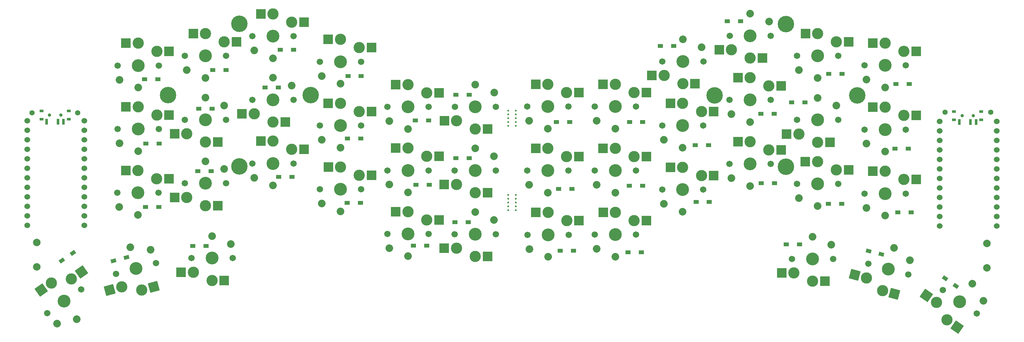
<source format=gbr>
%TF.GenerationSoftware,KiCad,Pcbnew,(6.0.5-0)*%
%TF.CreationDate,2022-07-02T18:36:44-07:00*%
%TF.ProjectId,Swept_3x6,53776570-745f-4337-9836-2e6b69636164,rev?*%
%TF.SameCoordinates,Original*%
%TF.FileFunction,Soldermask,Bot*%
%TF.FilePolarity,Negative*%
%FSLAX46Y46*%
G04 Gerber Fmt 4.6, Leading zero omitted, Abs format (unit mm)*
G04 Created by KiCad (PCBNEW (6.0.5-0)) date 2022-07-02 18:36:44*
%MOMM*%
%LPD*%
G01*
G04 APERTURE LIST*
G04 Aperture macros list*
%AMRotRect*
0 Rectangle, with rotation*
0 The origin of the aperture is its center*
0 $1 length*
0 $2 width*
0 $3 Rotation angle, in degrees counterclockwise*
0 Add horizontal line*
21,1,$1,$2,0,0,$3*%
G04 Aperture macros list end*
%ADD10C,1.524000*%
%ADD11C,1.701800*%
%ADD12C,3.000000*%
%ADD13C,3.429000*%
%ADD14C,2.032000*%
%ADD15R,2.600000X2.600000*%
%ADD16RotRect,2.600000X2.600000X165.000000*%
%ADD17C,0.500000*%
%ADD18C,2.000000*%
%ADD19C,4.400000*%
%ADD20RotRect,2.600000X2.600000X195.000000*%
%ADD21RotRect,2.600000X2.600000X145.000000*%
%ADD22C,1.397000*%
%ADD23RotRect,2.600000X2.600000X35.000000*%
%ADD24R,1.400000X1.000000*%
%ADD25R,1.000000X0.800000*%
%ADD26C,0.900000*%
%ADD27R,0.700000X1.500000*%
%ADD28RotRect,1.400000X1.000000X145.000000*%
%ADD29RotRect,1.400000X1.000000X35.000000*%
%ADD30RotRect,1.400000X1.000000X165.000000*%
%ADD31RotRect,1.400000X1.000000X15.000000*%
G04 APERTURE END LIST*
D10*
%TO.C,U1*%
X277659800Y-49850000D03*
X277659800Y-52390000D03*
X277659800Y-54930000D03*
X277659800Y-57470000D03*
X277659800Y-60010000D03*
X277659800Y-62550000D03*
X277659800Y-65090000D03*
X277659800Y-67630000D03*
X277659800Y-70170000D03*
X277659800Y-72710000D03*
X277659800Y-75250000D03*
X277659800Y-77790000D03*
X262439800Y-77790000D03*
X262439800Y-75250000D03*
X262439800Y-72710000D03*
X262439800Y-70170000D03*
X262439800Y-67630000D03*
X262439800Y-65090000D03*
X262439800Y-62550000D03*
X262439800Y-60010000D03*
X262439800Y-57470000D03*
X262439800Y-54930000D03*
X262439800Y-52390000D03*
X262439800Y-49850000D03*
%TD*%
D11*
%TO.C,SW16*%
X188276600Y-68122800D03*
D12*
X193776600Y-62172800D03*
X198776600Y-64372800D03*
D13*
X193776600Y-68122800D03*
D11*
X199276600Y-68122800D03*
D14*
X193776600Y-74022800D03*
D15*
X190501600Y-62172800D03*
X202051600Y-64372800D03*
D14*
X188776600Y-71922800D03*
%TD*%
D12*
%TO.C,SW20*%
X223473000Y-90389400D03*
D11*
X222973000Y-86639400D03*
D12*
X228473000Y-92589400D03*
D11*
X233973000Y-86639400D03*
D13*
X228473000Y-86639400D03*
D15*
X231748000Y-92589400D03*
D14*
X228473000Y-80739400D03*
X233473000Y-82839400D03*
D15*
X220198000Y-90389400D03*
%TD*%
D12*
%TO.C,SW15*%
X180818800Y-76387000D03*
D11*
X181318800Y-80137000D03*
D12*
X175818800Y-74187000D03*
D13*
X175818800Y-80137000D03*
D11*
X170318800Y-80137000D03*
D14*
X175818800Y-86037000D03*
D15*
X172543800Y-74187000D03*
D14*
X170818800Y-83937000D03*
D15*
X184093800Y-76387000D03*
%TD*%
D12*
%TO.C,SW21*%
X247126027Y-95104459D03*
D13*
X248666000Y-89357200D03*
D11*
X253978592Y-90780705D03*
D12*
X242865799Y-91685327D03*
D11*
X243353408Y-87933695D03*
D14*
X250193032Y-83658238D03*
D16*
X250289434Y-95952091D03*
X239702392Y-90837694D03*
D14*
X254479142Y-86980777D03*
%TD*%
D13*
%TO.C,SW17*%
X211785200Y-61239400D03*
D12*
X216785200Y-57489400D03*
D11*
X217285200Y-61239400D03*
D12*
X211785200Y-55289400D03*
D11*
X206285200Y-61239400D03*
D14*
X211785200Y-67139400D03*
D15*
X208510200Y-55289400D03*
X220060200Y-57489400D03*
D14*
X206785200Y-65039400D03*
%TD*%
D13*
%TO.C,SW18*%
X229793800Y-66598800D03*
D11*
X224293800Y-66598800D03*
X235293800Y-66598800D03*
D12*
X229793800Y-60648800D03*
X234793800Y-62848800D03*
D14*
X229793800Y-72498800D03*
D15*
X226518800Y-60648800D03*
X238068800Y-62848800D03*
D14*
X224793800Y-70398800D03*
%TD*%
D13*
%TO.C,SW4*%
X193802000Y-33883600D03*
D12*
X193802000Y-39833600D03*
X188802000Y-37633600D03*
D11*
X199302000Y-33883600D03*
X188302000Y-33883600D03*
D15*
X197077000Y-39833600D03*
D14*
X193802000Y-27983600D03*
D15*
X185527000Y-37633600D03*
D14*
X198802000Y-30083600D03*
%TD*%
D13*
%TO.C,SW3*%
X175793400Y-45923200D03*
D11*
X181293400Y-45923200D03*
D12*
X180793400Y-42173200D03*
D11*
X170293400Y-45923200D03*
D12*
X175793400Y-39973200D03*
D14*
X175793400Y-51823200D03*
D15*
X172518400Y-39973200D03*
D14*
X170793400Y-49723200D03*
D15*
X184068400Y-42173200D03*
%TD*%
D11*
%TO.C,SW9*%
X170293400Y-63017400D03*
D12*
X180793400Y-59267400D03*
D11*
X181293400Y-63017400D03*
D12*
X175793400Y-57067400D03*
D13*
X175793400Y-63017400D03*
D14*
X175793400Y-68917400D03*
D15*
X172518400Y-57067400D03*
X184068400Y-59267400D03*
D14*
X170793400Y-66817400D03*
%TD*%
D12*
%TO.C,SW14*%
X157810200Y-74212400D03*
D13*
X157810200Y-80162400D03*
D11*
X152310200Y-80162400D03*
X163310200Y-80162400D03*
D12*
X162810200Y-76412400D03*
D15*
X154535200Y-74212400D03*
D14*
X157810200Y-86062400D03*
D15*
X166085200Y-76412400D03*
D14*
X152810200Y-83962400D03*
%TD*%
D11*
%TO.C,SW12*%
X224293800Y-49479200D03*
D12*
X229793800Y-55429200D03*
D11*
X235293800Y-49479200D03*
D12*
X224793800Y-53229200D03*
D13*
X229793800Y-49479200D03*
D15*
X233068800Y-55429200D03*
D14*
X229793800Y-43579200D03*
X234793800Y-45679200D03*
D15*
X221518800Y-53229200D03*
%TD*%
D12*
%TO.C,SW11*%
X211785200Y-38169800D03*
D11*
X206285200Y-44119800D03*
X217285200Y-44119800D03*
D13*
X211785200Y-44119800D03*
D12*
X216785200Y-40369800D03*
D14*
X211785200Y-50019800D03*
D15*
X208510200Y-38169800D03*
D14*
X206785200Y-47919800D03*
D15*
X220060200Y-40369800D03*
%TD*%
D12*
%TO.C,SW8*%
X162784800Y-59292800D03*
D11*
X152284800Y-63042800D03*
D12*
X157784800Y-57092800D03*
D13*
X157784800Y-63042800D03*
D11*
X163284800Y-63042800D03*
D15*
X154509800Y-57092800D03*
D14*
X157784800Y-68942800D03*
D15*
X166059800Y-59292800D03*
D14*
X152784800Y-66842800D03*
%TD*%
D12*
%TO.C,SW6*%
X234819200Y-28609600D03*
X229819200Y-26409600D03*
D11*
X235319200Y-32359600D03*
D13*
X229819200Y-32359600D03*
D11*
X224319200Y-32359600D03*
D15*
X226544200Y-26409600D03*
D14*
X229819200Y-38259600D03*
D15*
X238094200Y-28609600D03*
D14*
X224819200Y-36159600D03*
%TD*%
D13*
%TO.C,SW5*%
X211810600Y-27025600D03*
D11*
X217310600Y-27025600D03*
D12*
X206810600Y-30775600D03*
D11*
X206310600Y-27025600D03*
D12*
X211810600Y-32975600D03*
D14*
X211810600Y-21125600D03*
D15*
X215085600Y-32975600D03*
X203535600Y-30775600D03*
D14*
X216810600Y-23225600D03*
%TD*%
D12*
%TO.C,SW2*%
X157784800Y-39973200D03*
D11*
X163284800Y-45923200D03*
D13*
X157784800Y-45923200D03*
D11*
X152284800Y-45923200D03*
D12*
X162784800Y-42173200D03*
D15*
X154509800Y-39973200D03*
D14*
X157784800Y-51823200D03*
X152784800Y-49723200D03*
D15*
X166059800Y-42173200D03*
%TD*%
D17*
%TO.C,mouse-bite-2mm-slot*%
X147142200Y-51079400D03*
X147142200Y-48031400D03*
X147142200Y-49047400D03*
X149174200Y-48031400D03*
X149174200Y-49047400D03*
X147142200Y-50063400D03*
X149174200Y-50063400D03*
X149174200Y-51079400D03*
X149174200Y-47015400D03*
X147142200Y-47015400D03*
%TD*%
%TO.C,mouse-bite-2mm-slot*%
X149199600Y-73583800D03*
X149199600Y-70535800D03*
X147167600Y-70535800D03*
X147167600Y-73583800D03*
X147167600Y-71551800D03*
X149199600Y-71551800D03*
X149199600Y-72567800D03*
X147167600Y-69519800D03*
X147167600Y-72567800D03*
X149199600Y-69519800D03*
%TD*%
D18*
%TO.C,RSW1*%
X275031200Y-82500400D03*
X275031200Y-89000400D03*
%TD*%
D11*
%TO.C,SW10*%
X188276600Y-51003200D03*
X199276600Y-51003200D03*
D12*
X193776600Y-45053200D03*
X198776600Y-47253200D03*
D13*
X193776600Y-51003200D03*
D15*
X190501600Y-45053200D03*
D14*
X193776600Y-56903200D03*
D15*
X202051600Y-47253200D03*
D14*
X188776600Y-54803200D03*
%TD*%
D19*
%TO.C,REF\u002A\u002A*%
X240352000Y-42936000D03*
X202252000Y-42936000D03*
X221302000Y-23886000D03*
X221302000Y-61986000D03*
%TD*%
D10*
%TO.C,U2*%
X33942000Y-49722800D03*
X33942000Y-52262800D03*
X33942000Y-54802800D03*
X33942000Y-57342800D03*
X33942000Y-59882800D03*
X33942000Y-62422800D03*
X33942000Y-64962800D03*
X33942000Y-67502800D03*
X33942000Y-70042800D03*
X33942000Y-72582800D03*
X33942000Y-75122800D03*
X33942000Y-77662800D03*
X18722000Y-77662800D03*
X18722000Y-75122800D03*
X18722000Y-72582800D03*
X18722000Y-70042800D03*
X18722000Y-67502800D03*
X18722000Y-64962800D03*
X18722000Y-62422800D03*
X18722000Y-59882800D03*
X18722000Y-57342800D03*
X18722000Y-54802800D03*
X18722000Y-52262800D03*
X18722000Y-49722800D03*
%TD*%
D11*
%TO.C,SW17_r1*%
X89878800Y-61112400D03*
X78878800Y-61112400D03*
D12*
X89378800Y-57362400D03*
X84378800Y-55162400D03*
D13*
X84378800Y-61112400D03*
D15*
X81103800Y-55162400D03*
D14*
X84378800Y-67012400D03*
X79378800Y-64912400D03*
D15*
X92653800Y-57362400D03*
%TD*%
D11*
%TO.C,SW11_r1*%
X89853400Y-44119800D03*
X78853400Y-44119800D03*
D12*
X79353400Y-47869800D03*
D13*
X84353400Y-44119800D03*
D12*
X84353400Y-50069800D03*
D14*
X84353400Y-38219800D03*
D15*
X87628400Y-50069800D03*
X76078400Y-47869800D03*
D14*
X89353400Y-40319800D03*
%TD*%
D11*
%TO.C,SW15_r1*%
X114896000Y-79959200D03*
D12*
X120396000Y-74009200D03*
D13*
X120396000Y-79959200D03*
D11*
X125896000Y-79959200D03*
D12*
X125396000Y-76209200D03*
D14*
X120396000Y-85859200D03*
D15*
X117121000Y-74009200D03*
D14*
X115396000Y-83759200D03*
D15*
X128671000Y-76209200D03*
%TD*%
D11*
%TO.C,SW18_r1*%
X60844800Y-66421000D03*
D12*
X66344800Y-72371000D03*
D13*
X66344800Y-66421000D03*
D11*
X71844800Y-66421000D03*
D12*
X61344800Y-70171000D03*
D14*
X66344800Y-60521000D03*
D15*
X69619800Y-72371000D03*
D14*
X71344800Y-62621000D03*
D15*
X58069800Y-70171000D03*
%TD*%
D11*
%TO.C,SW6_r1*%
X60844800Y-32359600D03*
D12*
X71344800Y-28609600D03*
X66344800Y-26409600D03*
D11*
X71844800Y-32359600D03*
D13*
X66344800Y-32359600D03*
D14*
X66344800Y-38259600D03*
D15*
X63069800Y-26409600D03*
X74619800Y-28609600D03*
D14*
X61344800Y-36159600D03*
%TD*%
D11*
%TO.C,SW5_r1*%
X78878800Y-27101800D03*
X89878800Y-27101800D03*
D12*
X89378800Y-23351800D03*
D13*
X84378800Y-27101800D03*
D12*
X84378800Y-21151800D03*
D14*
X84378800Y-33001800D03*
D15*
X81103800Y-21151800D03*
D14*
X79378800Y-30901800D03*
D15*
X92653800Y-23351800D03*
%TD*%
D11*
%TO.C,SW2_r1*%
X143904600Y-45974000D03*
D12*
X138404600Y-51924000D03*
X133404600Y-49724000D03*
D11*
X132904600Y-45974000D03*
D13*
X138404600Y-45974000D03*
D14*
X138404600Y-40074000D03*
D15*
X141679600Y-51924000D03*
D14*
X143404600Y-42174000D03*
D15*
X130129600Y-49724000D03*
%TD*%
D11*
%TO.C,SW16_r1*%
X96912800Y-67995800D03*
D12*
X102412800Y-62045800D03*
D13*
X102412800Y-67995800D03*
D11*
X107912800Y-67995800D03*
D12*
X107412800Y-64245800D03*
D14*
X102412800Y-73895800D03*
D15*
X99137800Y-62045800D03*
X110687800Y-64245800D03*
D14*
X97412800Y-71795800D03*
%TD*%
D13*
%TO.C,SW4_r1*%
X102387400Y-33934400D03*
D12*
X107387400Y-30184400D03*
X102387400Y-27984400D03*
D11*
X96887400Y-33934400D03*
X107887400Y-33934400D03*
D15*
X99112400Y-27984400D03*
D14*
X102387400Y-39834400D03*
X97387400Y-37734400D03*
D15*
X110662400Y-30184400D03*
%TD*%
D12*
%TO.C,SW13_r1*%
X48336200Y-45993000D03*
D11*
X53836200Y-51943000D03*
D12*
X53336200Y-48193000D03*
D11*
X42836200Y-51943000D03*
D13*
X48336200Y-51943000D03*
D15*
X45061200Y-45993000D03*
D14*
X48336200Y-57843000D03*
D15*
X56611200Y-48193000D03*
D14*
X43336200Y-55743000D03*
%TD*%
D12*
%TO.C,SW12_r1*%
X66344800Y-55378400D03*
D11*
X71844800Y-49428400D03*
X60844800Y-49428400D03*
D13*
X66344800Y-49428400D03*
D12*
X61344800Y-53178400D03*
D14*
X66344800Y-43528400D03*
D15*
X69619800Y-55378400D03*
X58069800Y-53178400D03*
D14*
X71344800Y-45628400D03*
%TD*%
D11*
%TO.C,SW3_r1*%
X114896000Y-45974000D03*
D13*
X120396000Y-45974000D03*
D11*
X125896000Y-45974000D03*
D12*
X125396000Y-42224000D03*
X120396000Y-40024000D03*
D15*
X117121000Y-40024000D03*
D14*
X120396000Y-51874000D03*
D15*
X128671000Y-42224000D03*
D14*
X115396000Y-49774000D03*
%TD*%
D11*
%TO.C,SW8_r1*%
X143879200Y-62966600D03*
D13*
X138379200Y-62966600D03*
D11*
X132879200Y-62966600D03*
D12*
X133379200Y-66716600D03*
X138379200Y-68916600D03*
D14*
X138379200Y-57066600D03*
D15*
X141654200Y-68916600D03*
D14*
X143379200Y-59166600D03*
D15*
X130104200Y-66716600D03*
%TD*%
D13*
%TO.C,SW21_r1*%
X47777400Y-89154000D03*
D12*
X49317373Y-94901259D03*
D11*
X42464808Y-90577505D03*
D12*
X43918342Y-94070317D03*
D11*
X53089992Y-87730495D03*
D20*
X52480780Y-94053626D03*
D14*
X46250368Y-83455038D03*
D20*
X40754935Y-94917949D03*
D14*
X51623517Y-84189387D03*
%TD*%
D11*
%TO.C,SW9_r1*%
X125896000Y-62966600D03*
D12*
X120396000Y-57016600D03*
D11*
X114896000Y-62966600D03*
D13*
X120396000Y-62966600D03*
D12*
X125396000Y-59216600D03*
D15*
X117121000Y-57016600D03*
D14*
X120396000Y-68866600D03*
X115396000Y-66766600D03*
D15*
X128671000Y-59216600D03*
%TD*%
D12*
%TO.C,SW20_r1*%
X68072000Y-92360800D03*
D11*
X73572000Y-86410800D03*
D12*
X63072000Y-90160800D03*
D13*
X68072000Y-86410800D03*
D11*
X62572000Y-86410800D03*
D14*
X68072000Y-80510800D03*
D15*
X71347000Y-92360800D03*
D14*
X73072000Y-82610800D03*
D15*
X59797000Y-90160800D03*
%TD*%
D13*
%TO.C,SW7_r1*%
X48336200Y-34950400D03*
D12*
X53336200Y-31200400D03*
D11*
X42836200Y-34950400D03*
D12*
X48336200Y-29000400D03*
D11*
X53836200Y-34950400D03*
D15*
X45061200Y-29000400D03*
D14*
X48336200Y-40850400D03*
D15*
X56611200Y-31200400D03*
D14*
X43336200Y-38750400D03*
%TD*%
D19*
%TO.C,REF\u002A\u002A*%
X94407400Y-42878400D03*
X56307400Y-42878400D03*
X75357400Y-61928400D03*
X75357400Y-23828400D03*
%TD*%
D18*
%TO.C,RSW2*%
X21285200Y-88721000D03*
X21285200Y-82221000D03*
%TD*%
D12*
%TO.C,SW13*%
X247827800Y-46094600D03*
D13*
X247827800Y-52044600D03*
D11*
X253327800Y-52044600D03*
D12*
X252827800Y-48294600D03*
D11*
X242327800Y-52044600D03*
D15*
X244552800Y-46094600D03*
D14*
X247827800Y-57944600D03*
X242827800Y-55844600D03*
D15*
X256102800Y-48294600D03*
%TD*%
D13*
%TO.C,SW22*%
X267766800Y-98044000D03*
D11*
X272272136Y-101198670D03*
D12*
X264354020Y-102917955D03*
D11*
X263261464Y-94889330D03*
D12*
X261520128Y-98247938D03*
D14*
X271150901Y-93211003D03*
D21*
X267036743Y-104796417D03*
X258837405Y-96369475D03*
D14*
X274042151Y-97799104D03*
%TD*%
D12*
%TO.C,SW19*%
X252827800Y-65414200D03*
D13*
X247827800Y-69164200D03*
D12*
X247827800Y-63214200D03*
D11*
X242327800Y-69164200D03*
X253327800Y-69164200D03*
D14*
X247827800Y-75064200D03*
D15*
X244552800Y-63214200D03*
D14*
X242827800Y-72964200D03*
D15*
X256102800Y-65414200D03*
%TD*%
D11*
%TO.C,SW19_r1*%
X53810800Y-68961000D03*
X42810800Y-68961000D03*
D12*
X53310800Y-65211000D03*
D13*
X48310800Y-68961000D03*
D12*
X48310800Y-63011000D03*
D15*
X45035800Y-63011000D03*
D14*
X48310800Y-74861000D03*
X43310800Y-72761000D03*
D15*
X56585800Y-65211000D03*
%TD*%
D22*
%TO.C,Bat+1*%
X263855200Y-47396400D03*
%TD*%
D12*
%TO.C,SW10_r1*%
X102387400Y-45027800D03*
D11*
X96887400Y-50977800D03*
X107887400Y-50977800D03*
D12*
X107387400Y-47227800D03*
D13*
X102387400Y-50977800D03*
D15*
X99112400Y-45027800D03*
D14*
X102387400Y-56877800D03*
X97387400Y-54777800D03*
D15*
X110662400Y-47227800D03*
%TD*%
D11*
%TO.C,SW22_r1*%
X24079200Y-101066600D03*
D12*
X30529385Y-91972228D03*
X25171756Y-93037975D03*
D11*
X33089872Y-94757260D03*
D13*
X28584536Y-97911930D03*
D23*
X22489033Y-94916438D03*
D14*
X31968637Y-102744927D03*
D23*
X33212108Y-90093765D03*
D14*
X26668366Y-103892590D03*
%TD*%
D22*
%TO.C,BatGND1*%
X275996400Y-47447200D03*
%TD*%
%TO.C,Bat+r1*%
X20040600Y-47574200D03*
%TD*%
D12*
%TO.C,SW14_r1*%
X133379200Y-83734600D03*
D13*
X138379200Y-79984600D03*
D11*
X143879200Y-79984600D03*
D12*
X138379200Y-85934600D03*
D11*
X132879200Y-79984600D03*
D15*
X141654200Y-85934600D03*
D14*
X138379200Y-74084600D03*
D15*
X130104200Y-83734600D03*
D14*
X143379200Y-76184600D03*
%TD*%
D11*
%TO.C,SW7*%
X242327800Y-34925000D03*
X253327800Y-34925000D03*
D13*
X247827800Y-34925000D03*
D12*
X247827800Y-28975000D03*
X252827800Y-31175000D03*
D14*
X247827800Y-40825000D03*
D15*
X244552800Y-28975000D03*
X256102800Y-31175000D03*
D14*
X242827800Y-38725000D03*
%TD*%
D22*
%TO.C,BatGND4*%
X32207200Y-47625000D03*
%TD*%
D24*
%TO.C,D7*%
X183054800Y-67081400D03*
X179504800Y-67081400D03*
%TD*%
%TO.C,D18*%
X224987200Y-82727800D03*
X221437200Y-82727800D03*
%TD*%
%TO.C,Dr16*%
X64315800Y-63195200D03*
X67865800Y-63195200D03*
%TD*%
%TO.C,Dr6*%
X133172200Y-59690000D03*
X136722200Y-59690000D03*
%TD*%
%TO.C,Dr15*%
X85905800Y-64693800D03*
X89455800Y-64693800D03*
%TD*%
%TO.C,Dr3*%
X86312200Y-30759400D03*
X89862200Y-30759400D03*
%TD*%
%TO.C,Dr18*%
X62915800Y-83159600D03*
X66465800Y-83159600D03*
%TD*%
%TO.C,Dr9*%
X82197400Y-40843200D03*
X85747400Y-40843200D03*
%TD*%
%TO.C,D11*%
X254044800Y-57124600D03*
X250494800Y-57124600D03*
%TD*%
%TO.C,D17*%
X254781400Y-74193400D03*
X251231400Y-74193400D03*
%TD*%
%TO.C,D15*%
X218281600Y-66421000D03*
X214731600Y-66421000D03*
%TD*%
%TO.C,D2*%
X191335200Y-29692600D03*
X187785200Y-29692600D03*
%TD*%
%TO.C,Dr4*%
X68252800Y-36169600D03*
X71802800Y-36169600D03*
%TD*%
%TO.C,D13*%
X182750000Y-84861400D03*
X179200000Y-84861400D03*
%TD*%
%TO.C,Dr10*%
X64519000Y-46456600D03*
X68069000Y-46456600D03*
%TD*%
D25*
%TO.C,SW_POWER1*%
X273525000Y-47228800D03*
X266225000Y-49438800D03*
D26*
X268375000Y-48328800D03*
D25*
X273525000Y-49438800D03*
X266225000Y-47228800D03*
D26*
X271375000Y-48328800D03*
D27*
X267625000Y-50088800D03*
X270625000Y-50088800D03*
X272125000Y-50088800D03*
%TD*%
D24*
%TO.C,D6*%
X164157200Y-67894200D03*
X160607200Y-67894200D03*
%TD*%
%TO.C,D3*%
X209191400Y-23139400D03*
X205641400Y-23139400D03*
%TD*%
%TO.C,Dr11*%
X50396600Y-55829200D03*
X53946600Y-55829200D03*
%TD*%
%TO.C,Dr2*%
X104371600Y-37769800D03*
X107921600Y-37769800D03*
%TD*%
D28*
%TO.C,D20*%
X266737790Y-93806396D03*
X263829800Y-91770200D03*
%TD*%
D24*
%TO.C,D16*%
X236239400Y-71907400D03*
X232689400Y-71907400D03*
%TD*%
%TO.C,Dr0*%
X133172200Y-42773600D03*
X136722200Y-42773600D03*
%TD*%
D29*
%TO.C,Dr20*%
X27978410Y-87075396D03*
X30886400Y-85039200D03*
%TD*%
D24*
%TO.C,Dr7*%
X122532600Y-66802000D03*
X126082600Y-66802000D03*
%TD*%
%TO.C,Dr5*%
X50066400Y-38633400D03*
X53616400Y-38633400D03*
%TD*%
%TO.C,Dr12*%
X132943600Y-76835000D03*
X136493600Y-76835000D03*
%TD*%
D30*
%TO.C,D19*%
X246837236Y-85399208D03*
X243408200Y-84480400D03*
%TD*%
D24*
%TO.C,Dr1*%
X122380200Y-49657000D03*
X125930200Y-49657000D03*
%TD*%
D25*
%TO.C,SW_POWERR1*%
X22512000Y-47101800D03*
D26*
X27662000Y-48201800D03*
D25*
X29812000Y-47101800D03*
D26*
X24662000Y-48201800D03*
D25*
X22512000Y-49311800D03*
X29812000Y-49311800D03*
D27*
X23912000Y-49961800D03*
X26912000Y-49961800D03*
X28412000Y-49961800D03*
%TD*%
D24*
%TO.C,Dr14*%
X104193800Y-71602600D03*
X107743800Y-71602600D03*
%TD*%
%TO.C,D10*%
X226409600Y-44831000D03*
X222859600Y-44831000D03*
%TD*%
%TO.C,D9*%
X218230800Y-47828200D03*
X214680800Y-47828200D03*
%TD*%
%TO.C,Dr13*%
X121872200Y-83083400D03*
X125422200Y-83083400D03*
%TD*%
%TO.C,D12*%
X164639800Y-84455000D03*
X161089800Y-84455000D03*
%TD*%
%TO.C,D4*%
X236315600Y-37160200D03*
X232765600Y-37160200D03*
%TD*%
%TO.C,D0*%
X163623800Y-50088800D03*
X160073800Y-50088800D03*
%TD*%
%TO.C,D14*%
X200885600Y-71424800D03*
X197335600Y-71424800D03*
%TD*%
%TO.C,Dr8*%
X104244600Y-54483000D03*
X107794600Y-54483000D03*
%TD*%
D31*
%TO.C,Dr19*%
X41783000Y-87096600D03*
X45212036Y-86177792D03*
%TD*%
D24*
%TO.C,D5*%
X254273400Y-39928800D03*
X250723400Y-39928800D03*
%TD*%
%TO.C,Dr17*%
X50320400Y-72771000D03*
X53870400Y-72771000D03*
%TD*%
%TO.C,D1*%
X183105600Y-50088800D03*
X179555600Y-50088800D03*
%TD*%
%TO.C,D8*%
X200704800Y-56261000D03*
X197154800Y-56261000D03*
%TD*%
M02*

</source>
